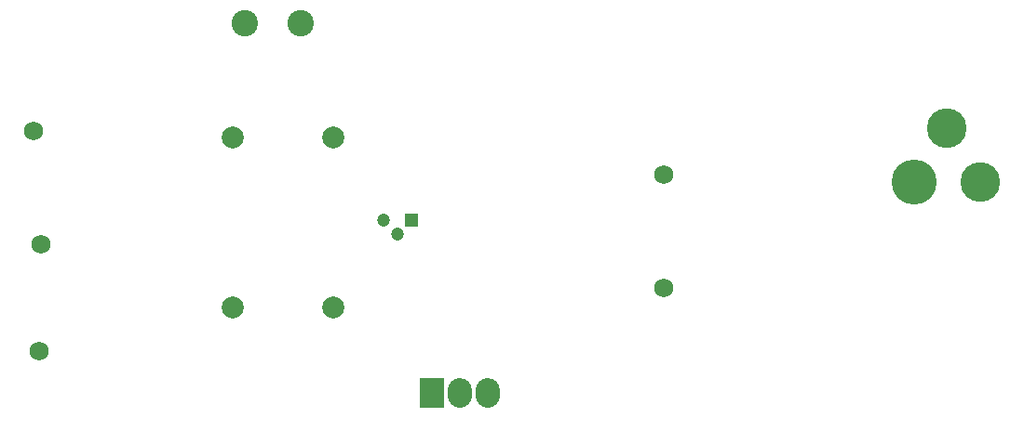
<source format=gbs>
G04 Layer: BottomSolderMaskLayer*
G04 EasyEDA v6.4.7, 2020-11-13T14:17:03--3:00*
G04 567a4f01d23344a586f60d2a48ffb39a,2f6a952e8d754e4686293a443d3b0dc2,10*
G04 Gerber Generator version 0.2*
G04 Scale: 100 percent, Rotated: No, Reflected: No *
G04 Dimensions in millimeters *
G04 leading zeros omitted , absolute positions ,3 integer and 3 decimal *
%FSLAX33Y33*%
%MOMM*%
G90*
D02*

%ADD29C,2.203196*%
%ADD30C,1.727200*%
%ADD32C,2.003196*%
%ADD35C,2.403196*%
%ADD37C,1.203198*%
%ADD39C,3.604260*%
%ADD40C,4.102100*%

%LPD*%
G54D29*
G01X40309Y15538D02*
G01X40309Y15038D01*
G01X42849Y15538D02*
G01X42849Y15038D01*
G54D30*
G01X1534Y39116D03*
G01X2169Y28829D03*
G01X2042Y19050D03*
G54D32*
G01X28780Y23035D03*
G01X19580Y23035D03*
G01X28780Y38529D03*
G01X19580Y38529D03*
G54D30*
G01X58851Y24870D03*
G01X58851Y35170D03*
G54D35*
G01X25831Y48943D03*
G01X20751Y48943D03*
G36*
G01X36667Y13936D02*
G01X36667Y16639D01*
G01X38872Y16639D01*
G01X38872Y13936D01*
G01X36667Y13936D01*
G37*
G54D37*
G01X34594Y29766D03*
G01X33324Y31036D03*
G36*
G01X35262Y30434D02*
G01X35262Y31638D01*
G01X36466Y31638D01*
G01X36466Y30434D01*
G01X35262Y30434D01*
G37*
G54D39*
G01X87589Y34505D03*
G01X84541Y39408D03*
G54D40*
G01X81594Y34505D03*
M00*
M02*

</source>
